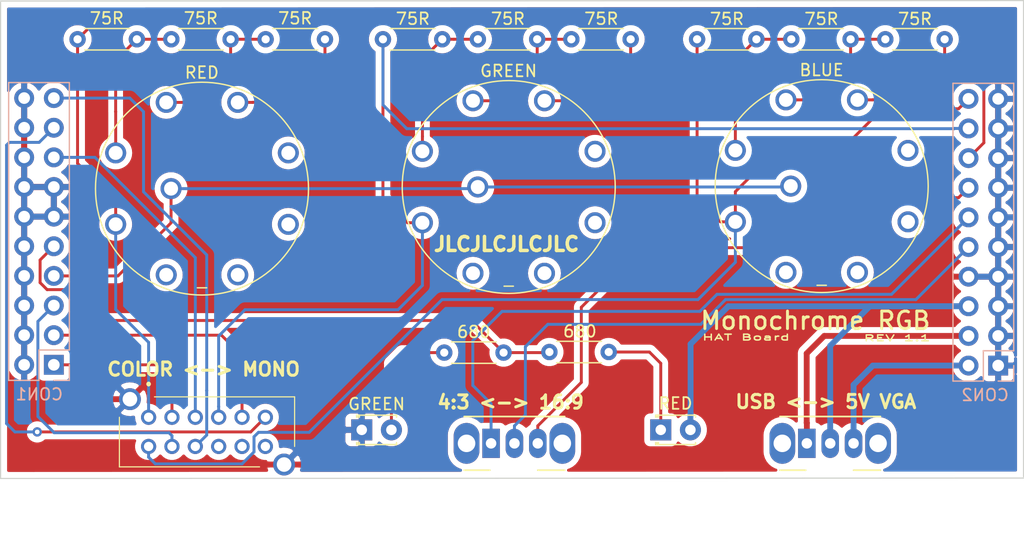
<source format=kicad_pcb>
(kicad_pcb (version 20171130) (host pcbnew "(5.1.4)-1")
  (layers (0 F.Cu signal) (31 B.Cu signal) (34 B.Paste user) (35 F.Paste user) (36 B.SilkS user) (37 F.SilkS user) (38 B.Mask user) (39 F.Mask user) (44 Edge.Cuts user))
  (net 0 "")
  (net 1 /GND)
  (net 2 /4_3)
  (net 3 /16_9)
  (net 4 /VGA_5V)
  (net 5 /B_IN)
  (net 6 /G_IN)
  (net 7 /R_IN)
  (net 8 /B_OUT)
  (net 9 /G_OUT)
  (net 10 /R_OUT)
  (net 11 /B_L)
  (net 12 /G_L)
  (net 13 /R_L)
  (net 14 /LUMA)
  (net 15 /USB_5V)
  (net 16 /5V)
  (net 17 /ASPECT)
  (net 18 "Net-(R4-Pad2)")
  (net 19 "Net-(R5-Pad2)")
  (net 20 "Net-(R6-Pad2)")
  (net 21 "Net-(R10-Pad1)")
  (net 22 "Net-(R11-Pad1)")
  (net 23 "Net-(R12-Pad1)")
  (net 24 "Net-(R10-Pad2)")
  (net 25 "Net-(R11-Pad2)")
  (net 26 "Net-(R12-Pad2)")
  (net 27 "Net-(LED1-Pad2)")
  (net 28 "Net-(LED2-Pad1)")
  (net 29 /RA2)
  (net 30 "Net-(S1-Pad10)")
  (net 31 "Net-(S1-Pad11)")
  (net 32 "Net-(S1-Pad12)")
  (net 33 "Net-(SW1-Pad1)")
  (net 34 "Net-(SW2-Pad1)")
  (net 35 "Net-(SW3-Pad1)")
  (module extra_components:Rotary_Switch_1P5 (layer F.Cu) (at 175.71974 88.77808)
    (fp_text reference SW3 hide)
    (fp_text value BLUE (at -0.0127 -9.9441) (layer F.SilkS))
    (fp_circle (center 0 0) (end 0 9.12) (layer F.SilkS) (width 0.12))
    (fp_line (start -0.4 8.5) (end 0.4 8.5) (layer F.SilkS) (width 0.12))
    (pad 1 thru_hole oval (at -3.061467 7.391036) (size 1.8 1.8) (drill 1.2) (layers *.Cu *.Mask) (net 35 "Net-(SW3-Pad1)"))
    (pad 2 thru_hole oval (at -7.391036 3.061467) (size 1.8 1.8) (drill 1.2) (layers *.Cu *.Mask) (net 8 /B_OUT))
    (pad 3 thru_hole oval (at -7.391036 -3.061467) (size 1.8 1.8) (drill 1.2) (layers *.Cu *.Mask) (net 20 "Net-(R6-Pad2)"))
    (pad 4 thru_hole oval (at -3.061467 -7.391036) (size 1.8 1.8) (drill 1.2) (layers *.Cu *.Mask) (net 23 "Net-(R12-Pad1)"))
    (pad 5 thru_hole oval (at 3.061467 -7.391036) (size 1.8 1.8) (drill 1.2) (layers *.Cu *.Mask) (net 26 "Net-(R12-Pad2)"))
    (pad "" thru_hole oval (at 7.391036 -3.061467) (size 1.8 1.8) (drill 1.2) (layers *.Cu *.Mask))
    (pad "" thru_hole oval (at 7.391036 3.061467) (size 1.8 1.8) (drill 1.2) (layers *.Cu *.Mask))
    (pad "" thru_hole oval (at 3.061467 7.391036) (size 1.8 1.8) (drill 1.2) (layers *.Cu *.Mask))
    (pad 6 thru_hole oval (at -2.65 0) (size 1.8 1.8) (drill 1.2) (layers *.Cu *.Mask) (net 14 /LUMA))
  )
  (module extra_components:Rotary_Switch_1P5 (layer F.Cu) (at 148.92274 88.85428)
    (fp_text reference SW2 hide)
    (fp_text value GREEN (at -0.0127 -9.9441) (layer F.SilkS))
    (fp_circle (center 0 0) (end 0 9.12) (layer F.SilkS) (width 0.12))
    (fp_line (start -0.4 8.5) (end 0.4 8.5) (layer F.SilkS) (width 0.12))
    (pad 1 thru_hole oval (at -3.061467 7.391036) (size 1.8 1.8) (drill 1.2) (layers *.Cu *.Mask) (net 34 "Net-(SW2-Pad1)"))
    (pad 2 thru_hole oval (at -7.391036 3.061467) (size 1.8 1.8) (drill 1.2) (layers *.Cu *.Mask) (net 9 /G_OUT))
    (pad 3 thru_hole oval (at -7.391036 -3.061467) (size 1.8 1.8) (drill 1.2) (layers *.Cu *.Mask) (net 19 "Net-(R5-Pad2)"))
    (pad 4 thru_hole oval (at -3.061467 -7.391036) (size 1.8 1.8) (drill 1.2) (layers *.Cu *.Mask) (net 22 "Net-(R11-Pad1)"))
    (pad 5 thru_hole oval (at 3.061467 -7.391036) (size 1.8 1.8) (drill 1.2) (layers *.Cu *.Mask) (net 25 "Net-(R11-Pad2)"))
    (pad "" thru_hole oval (at 7.391036 -3.061467) (size 1.8 1.8) (drill 1.2) (layers *.Cu *.Mask))
    (pad "" thru_hole oval (at 7.391036 3.061467) (size 1.8 1.8) (drill 1.2) (layers *.Cu *.Mask))
    (pad "" thru_hole oval (at 3.061467 7.391036) (size 1.8 1.8) (drill 1.2) (layers *.Cu *.Mask))
    (pad 6 thru_hole oval (at -2.65 0) (size 1.8 1.8) (drill 1.2) (layers *.Cu *.Mask) (net 14 /LUMA))
  )
  (module extra_components:Rotary_Switch_1P5 (layer F.Cu) (at 122.65914 88.99398)
    (fp_text reference SW1 hide)
    (fp_text value RED (at -0.0127 -9.9441) (layer F.SilkS))
    (fp_circle (center 0 0) (end 0 9.12) (layer F.SilkS) (width 0.12))
    (fp_line (start -0.4 8.5) (end 0.4 8.5) (layer F.SilkS) (width 0.12))
    (pad 1 thru_hole oval (at -3.061467 7.391036) (size 1.8 1.8) (drill 1.2) (layers *.Cu *.Mask) (net 33 "Net-(SW1-Pad1)"))
    (pad 2 thru_hole oval (at -7.391036 3.061467) (size 1.8 1.8) (drill 1.2) (layers *.Cu *.Mask) (net 10 /R_OUT))
    (pad 3 thru_hole oval (at -7.391036 -3.061467) (size 1.8 1.8) (drill 1.2) (layers *.Cu *.Mask) (net 18 "Net-(R4-Pad2)"))
    (pad 4 thru_hole oval (at -3.061467 -7.391036) (size 1.8 1.8) (drill 1.2) (layers *.Cu *.Mask) (net 21 "Net-(R10-Pad1)"))
    (pad 5 thru_hole oval (at 3.061467 -7.391036) (size 1.8 1.8) (drill 1.2) (layers *.Cu *.Mask) (net 24 "Net-(R10-Pad2)"))
    (pad "" thru_hole oval (at 7.391036 -3.061467) (size 1.8 1.8) (drill 1.2) (layers *.Cu *.Mask))
    (pad "" thru_hole oval (at 7.391036 3.061467) (size 1.8 1.8) (drill 1.2) (layers *.Cu *.Mask))
    (pad "" thru_hole oval (at 3.061467 7.391036) (size 1.8 1.8) (drill 1.2) (layers *.Cu *.Mask))
    (pad 6 thru_hole oval (at -2.65 0) (size 1.8 1.8) (drill 1.2) (layers *.Cu *.Mask) (net 14 /LUMA))
  )
  (module extra_components:EG4208A (layer F.Cu) (at 118.08714 108.59008)
    (fp_text reference S1 hide)
    (fp_text value "COLOR <-> MONO" (at 4.7117 -4.1148) (layer F.SilkS) (effects (font (size 1.14 1.14) (thickness 0.254))))
    (fp_line (start 0.5 -1.75) (end 12.5 -1.75) (layer F.SilkS) (width 0.1))
    (fp_line (start 12.5 -1.75) (end 12.5 2.5) (layer F.SilkS) (width 0.1))
    (fp_line (start -2.5 0) (end -2.5 4.25) (layer F.SilkS) (width 0.1))
    (fp_line (start -2.5 4.25) (end 9.5 4.25) (layer F.SilkS) (width 0.1))
    (fp_line (start 0 -2.75) (end 0 -2.75) (layer F.SilkS) (width 0.2))
    (fp_line (start 0 -2.95) (end 0 -2.95) (layer F.SilkS) (width 0.2))
    (fp_arc (start 0 -2.85) (end 0 -2.75) (angle -180) (layer F.SilkS) (width 0.2))
    (fp_arc (start 0 -2.85) (end 0 -2.95) (angle -180) (layer F.SilkS) (width 0.2))
    (pad 1 thru_hole circle (at 0 0) (size 1.3 1.3) (drill 0.8) (layers *.Cu *.Mask) (net 10 /R_OUT))
    (pad 2 thru_hole circle (at 2 0) (size 1.3 1.3) (drill 0.8) (layers *.Cu *.Mask) (net 7 /R_IN))
    (pad 3 thru_hole circle (at 4 0) (size 1.3 1.3) (drill 0.8) (layers *.Cu *.Mask) (net 13 /R_L))
    (pad 4 thru_hole circle (at 6 0) (size 1.3 1.3) (drill 0.8) (layers *.Cu *.Mask) (net 9 /G_OUT))
    (pad 5 thru_hole circle (at 8 0) (size 1.3 1.3) (drill 0.8) (layers *.Cu *.Mask) (net 6 /G_IN))
    (pad 6 thru_hole circle (at 10 0) (size 1.3 1.3) (drill 0.8) (layers *.Cu *.Mask) (net 12 /G_L))
    (pad 7 thru_hole circle (at 0 2.5) (size 1.3 1.3) (drill 0.8) (layers *.Cu *.Mask) (net 8 /B_OUT))
    (pad 8 thru_hole circle (at 2 2.5) (size 1.3 1.3) (drill 0.8) (layers *.Cu *.Mask) (net 5 /B_IN))
    (pad 9 thru_hole circle (at 4 2.5) (size 1.3 1.3) (drill 0.8) (layers *.Cu *.Mask) (net 11 /B_L))
    (pad 10 thru_hole circle (at 6 2.5) (size 1.3 1.3) (drill 0.8) (layers *.Cu *.Mask) (net 30 "Net-(S1-Pad10)"))
    (pad 11 thru_hole circle (at 8 2.5) (size 1.3 1.3) (drill 0.8) (layers *.Cu *.Mask) (net 31 "Net-(S1-Pad11)"))
    (pad 12 thru_hole circle (at 10 2.5) (size 1.3 1.3) (drill 0.8) (layers *.Cu *.Mask) (net 32 "Net-(S1-Pad12)"))
    (pad MH1 thru_hole circle (at -1.6 -1.55) (size 1.875 1.875) (drill 1.25) (layers *.Cu *.Mask) (net 1 /GND))
    (pad MH2 thru_hole circle (at 11.6 4.05) (size 1.875 1.875) (drill 1.25) (layers *.Cu *.Mask) (net 1 /GND))
  )
  (module Button_Switch_THT:SW_CuK_OS102011MA1QN1_SPDT_Angled (layer F.Cu) (at 174.44974 110.82528)
    (fp_text reference SW5 hide)
    (fp_text value "USB <-> 5V VGA" (at 1.6256 -3.5687) (layer F.SilkS) (effects (font (size 1.14 1.14) (thickness 0.254))))
    (fp_line (start 4 2.3) (end 6.3 2.3) (layer F.SilkS) (width 0.15))
    (fp_line (start -2.3 2.3) (end -0.1 2.3) (layer F.SilkS) (width 0.15))
    (fp_line (start -2.3 -2.3) (end 6.3 -2.3) (layer F.SilkS) (width 0.15))
    (pad "" thru_hole oval (at 6.1 0) (size 2.2 3.5) (drill 1.5) (layers *.Cu *.Mask))
    (pad "" thru_hole oval (at -2.1 0) (size 2.2 3.5) (drill 1.5) (layers *.Cu *.Mask))
    (pad 3 thru_hole oval (at 4 0) (size 1.5 2.5) (drill 0.9) (layers *.Cu *.Mask) (net 4 /VGA_5V))
    (pad 2 thru_hole oval (at 2 0) (size 1.5 2.5) (drill 0.9) (layers *.Cu *.Mask) (net 16 /5V))
    (pad 1 thru_hole rect (at 0 0) (size 1.5 2.5) (drill 0.9) (layers *.Cu *.Mask) (net 15 /USB_5V))
  )
  (module Button_Switch_THT:SW_CuK_OS102011MA1QN1_SPDT_Angled (layer F.Cu) (at 147.41144 110.82528)
    (fp_text reference SW4 hide)
    (fp_text value "4:3 <-> 16:9" (at 1.6764 -3.5306) (layer F.SilkS) (effects (font (size 1.14 1.14) (thickness 0.254))))
    (fp_line (start 4 2.3) (end 6.3 2.3) (layer F.SilkS) (width 0.15))
    (fp_line (start -2.3 2.3) (end -0.1 2.3) (layer F.SilkS) (width 0.15))
    (fp_line (start -2.3 -2.3) (end 6.3 -2.3) (layer F.SilkS) (width 0.15))
    (pad "" thru_hole oval (at 6.1 0) (size 2.2 3.5) (drill 1.5) (layers *.Cu *.Mask))
    (pad "" thru_hole oval (at -2.1 0) (size 2.2 3.5) (drill 1.5) (layers *.Cu *.Mask))
    (pad 3 thru_hole oval (at 4 0) (size 1.5 2.5) (drill 0.9) (layers *.Cu *.Mask) (net 2 /4_3))
    (pad 2 thru_hole oval (at 2 0) (size 1.5 2.5) (drill 0.9) (layers *.Cu *.Mask) (net 17 /ASPECT))
    (pad 1 thru_hole rect (at 0 0) (size 1.5 2.5) (drill 0.9) (layers *.Cu *.Mask) (net 3 /16_9))
  )
  (module LED_THT:LED_D1.8mm_W3.3mm_H2.4mm (layer F.Cu) (at 161.94024 109.66958)
    (fp_text reference LED2 hide)
    (fp_text value RED (at 1.2573 -2.2606) (layer F.SilkS))
    (fp_line (start -0.44 -1.26) (end 2.98 -1.26) (layer F.SilkS) (width 0.12))
    (fp_line (start -0.44 1.26) (end 2.98 1.26) (layer F.SilkS) (width 0.12))
    (fp_line (start -0.44 -1.26) (end -0.44 -1.08) (layer F.SilkS) (width 0.12))
    (fp_line (start -0.44 1.08) (end -0.44 1.26) (layer F.SilkS) (width 0.12))
    (fp_line (start 2.98 -1.26) (end 2.98 -1.095) (layer F.SilkS) (width 0.12))
    (fp_line (start 2.98 1.095) (end 2.98 1.26) (layer F.SilkS) (width 0.12))
    (fp_line (start -0.32 -1.26) (end -0.32 -1.08) (layer F.SilkS) (width 0.12))
    (fp_line (start -0.32 1.08) (end -0.32 1.26) (layer F.SilkS) (width 0.12))
    (fp_line (start -0.2 -1.26) (end -0.2 -1.08) (layer F.SilkS) (width 0.12))
    (fp_line (start -0.2 1.08) (end -0.2 1.26) (layer F.SilkS) (width 0.12))
    (pad 1 thru_hole rect (at 0 0) (size 1.8 1.8) (drill 0.9) (layers *.Cu *.Mask) (net 28 "Net-(LED2-Pad1)"))
    (pad 2 thru_hole circle (at 2.54 0) (size 1.8 1.8) (drill 0.9) (layers *.Cu *.Mask) (net 16 /5V))
  )
  (module LED_THT:LED_D1.8mm_W3.3mm_H2.4mm (layer F.Cu) (at 136.33704 109.66958)
    (fp_text reference LED1 hide)
    (fp_text value GREEN (at 1.27 -2.2098) (layer F.SilkS))
    (fp_line (start -0.44 -1.26) (end 2.98 -1.26) (layer F.SilkS) (width 0.12))
    (fp_line (start -0.44 1.26) (end 2.98 1.26) (layer F.SilkS) (width 0.12))
    (fp_line (start -0.44 -1.26) (end -0.44 -1.08) (layer F.SilkS) (width 0.12))
    (fp_line (start -0.44 1.08) (end -0.44 1.26) (layer F.SilkS) (width 0.12))
    (fp_line (start 2.98 -1.26) (end 2.98 -1.095) (layer F.SilkS) (width 0.12))
    (fp_line (start 2.98 1.095) (end 2.98 1.26) (layer F.SilkS) (width 0.12))
    (fp_line (start -0.32 -1.26) (end -0.32 -1.08) (layer F.SilkS) (width 0.12))
    (fp_line (start -0.32 1.08) (end -0.32 1.26) (layer F.SilkS) (width 0.12))
    (fp_line (start -0.2 -1.26) (end -0.2 -1.08) (layer F.SilkS) (width 0.12))
    (fp_line (start -0.2 1.08) (end -0.2 1.26) (layer F.SilkS) (width 0.12))
    (pad 1 thru_hole rect (at 0 0) (size 1.8 1.8) (drill 0.9) (layers *.Cu *.Mask) (net 1 /GND))
    (pad 2 thru_hole circle (at 2.54 0) (size 1.8 1.8) (drill 0.9) (layers *.Cu *.Mask) (net 27 "Net-(LED1-Pad2)"))
  )
  (module Connector_PinSocket_2.54mm:PinSocket_2x10_P2.54mm_Vertical (layer B.Cu) (at 109.97184 104.09428)
    (fp_text reference J5 hide)
    (fp_text value CON1 (at -1.2446 2.5273) (layer B.SilkS) (effects (justify mirror)))
    (fp_line (start 0 1.33) (end 1.33 1.33) (layer B.SilkS) (width 0.12))
    (fp_line (start 1.33 1.33) (end 1.33 0) (layer B.SilkS) (width 0.12))
    (fp_line (start -1.27 1.33) (end -1.27 -1.27) (layer B.SilkS) (width 0.12))
    (fp_line (start -1.27 -1.27) (end 1.33 -1.27) (layer B.SilkS) (width 0.12))
    (fp_line (start 1.33 -1.27) (end 1.33 -24.19) (layer B.SilkS) (width 0.12))
    (fp_line (start -3.87 -24.19) (end 1.33 -24.19) (layer B.SilkS) (width 0.12))
    (fp_line (start -3.87 1.33) (end -3.87 -24.19) (layer B.SilkS) (width 0.12))
    (fp_line (start -3.87 1.33) (end -1.27 1.33) (layer B.SilkS) (width 0.12))
    (pad 20 thru_hole oval (at -2.54 -22.86) (size 1.7 1.7) (drill 1) (layers *.Cu *.Mask) (net 1 /GND))
    (pad 19 thru_hole oval (at 0 -22.86) (size 1.7 1.7) (drill 1) (layers *.Cu *.Mask) (net 11 /B_L))
    (pad 18 thru_hole oval (at -2.54 -20.32) (size 1.7 1.7) (drill 1) (layers *.Cu *.Mask) (net 1 /GND))
    (pad 17 thru_hole oval (at 0 -20.32) (size 1.7 1.7) (drill 1) (layers *.Cu *.Mask) (net 12 /G_L))
    (pad 16 thru_hole oval (at -2.54 -17.78) (size 1.7 1.7) (drill 1) (layers *.Cu *.Mask) (net 1 /GND))
    (pad 15 thru_hole oval (at 0 -17.78) (size 1.7 1.7) (drill 1) (layers *.Cu *.Mask) (net 13 /R_L))
    (pad 14 thru_hole oval (at -2.54 -15.24) (size 1.7 1.7) (drill 1) (layers *.Cu *.Mask) (net 1 /GND))
    (pad 13 thru_hole oval (at 0 -15.24) (size 1.7 1.7) (drill 1) (layers *.Cu *.Mask) (net 1 /GND))
    (pad 12 thru_hole oval (at -2.54 -12.7) (size 1.7 1.7) (drill 1) (layers *.Cu *.Mask) (net 1 /GND))
    (pad 11 thru_hole oval (at 0 -12.7) (size 1.7 1.7) (drill 1) (layers *.Cu *.Mask) (net 1 /GND))
    (pad 10 thru_hole oval (at -2.54 -10.16) (size 1.7 1.7) (drill 1) (layers *.Cu *.Mask) (net 1 /GND))
    (pad 9 thru_hole oval (at 0 -10.16) (size 1.7 1.7) (drill 1) (layers *.Cu *.Mask) (net 29 /RA2))
    (pad 8 thru_hole oval (at -2.54 -7.62) (size 1.7 1.7) (drill 1) (layers *.Cu *.Mask) (net 1 /GND))
    (pad 7 thru_hole oval (at 0 -7.62) (size 1.7 1.7) (drill 1) (layers *.Cu *.Mask) (net 14 /LUMA))
    (pad 6 thru_hole oval (at -2.54 -5.08) (size 1.7 1.7) (drill 1) (layers *.Cu *.Mask) (net 1 /GND))
    (pad 5 thru_hole oval (at 0 -5.08) (size 1.7 1.7) (drill 1) (layers *.Cu *.Mask) (net 5 /B_IN))
    (pad 4 thru_hole oval (at -2.54 -2.54) (size 1.7 1.7) (drill 1) (layers *.Cu *.Mask) (net 1 /GND))
    (pad 3 thru_hole oval (at 0 -2.54) (size 1.7 1.7) (drill 1) (layers *.Cu *.Mask) (net 6 /G_IN))
    (pad 2 thru_hole oval (at -2.54 0) (size 1.7 1.7) (drill 1) (layers *.Cu *.Mask) (net 1 /GND))
    (pad 1 thru_hole rect (at 0 0) (size 1.7 1.7) (drill 1) (layers *.Cu *.Mask) (net 7 /R_IN))
  )
  (module Connector_PinSocket_2.54mm:PinSocket_2x10_P2.54mm_Vertical (layer B.Cu) (at 190.83274 104.15778)
    (fp_text reference J7 hide)
    (fp_text value CON2 (at -1.1176 2.5273) (layer B.SilkS) (effects (justify mirror)))
    (fp_line (start 0 1.33) (end 1.33 1.33) (layer B.SilkS) (width 0.12))
    (fp_line (start 1.33 1.33) (end 1.33 0) (layer B.SilkS) (width 0.12))
    (fp_line (start -1.27 1.33) (end -1.27 -1.27) (layer B.SilkS) (width 0.12))
    (fp_line (start -1.27 -1.27) (end 1.33 -1.27) (layer B.SilkS) (width 0.12))
    (fp_line (start 1.33 -1.27) (end 1.33 -24.19) (layer B.SilkS) (width 0.12))
    (fp_line (start -3.87 -24.19) (end 1.33 -24.19) (layer B.SilkS) (width 0.12))
    (fp_line (start -3.87 1.33) (end -3.87 -24.19) (layer B.SilkS) (width 0.12))
    (fp_line (start -3.87 1.33) (end -1.27 1.33) (layer B.SilkS) (width 0.12))
    (pad 20 thru_hole oval (at -2.54 -22.86) (size 1.7 1.7) (drill 1) (layers *.Cu *.Mask) (net 8 /B_OUT))
    (pad 19 thru_hole oval (at 0 -22.86) (size 1.7 1.7) (drill 1) (layers *.Cu *.Mask) (net 1 /GND))
    (pad 18 thru_hole oval (at -2.54 -20.32) (size 1.7 1.7) (drill 1) (layers *.Cu *.Mask) (net 9 /G_OUT))
    (pad 17 thru_hole oval (at 0 -20.32) (size 1.7 1.7) (drill 1) (layers *.Cu *.Mask) (net 1 /GND))
    (pad 16 thru_hole oval (at -2.54 -17.78) (size 1.7 1.7) (drill 1) (layers *.Cu *.Mask) (net 10 /R_OUT))
    (pad 15 thru_hole oval (at 0 -17.78) (size 1.7 1.7) (drill 1) (layers *.Cu *.Mask) (net 1 /GND))
    (pad 14 thru_hole oval (at -2.54 -15.24) (size 1.7 1.7) (drill 1) (layers *.Cu *.Mask) (net 2 /4_3))
    (pad 13 thru_hole oval (at 0 -15.24) (size 1.7 1.7) (drill 1) (layers *.Cu *.Mask) (net 1 /GND))
    (pad 12 thru_hole oval (at -2.54 -12.7) (size 1.7 1.7) (drill 1) (layers *.Cu *.Mask) (net 3 /16_9))
    (pad 11 thru_hole oval (at 0 -12.7) (size 1.7 1.7) (drill 1) (layers *.Cu *.Mask) (net 1 /GND))
    (pad 10 thru_hole oval (at -2.54 -10.16) (size 1.7 1.7) (drill 1) (layers *.Cu *.Mask) (net 17 /ASPECT))
    (pad 9 thru_hole oval (at 0 -10.16) (size 1.7 1.7) (drill 1) (layers *.Cu *.Mask) (net 1 /GND))
    (pad 8 thru_hole oval (at -2.54 -7.62) (size 1.7 1.7) (drill 1) (layers *.Cu *.Mask) (net 1 /GND))
    (pad 7 thru_hole oval (at 0 -7.62) (size 1.7 1.7) (drill 1) (layers *.Cu *.Mask) (net 1 /GND))
    (pad 6 thru_hole oval (at -2.54 -5.08) (size 1.7 1.7) (drill 1) (layers *.Cu *.Mask) (net 16 /5V))
    (pad 5 thru_hole oval (at 0 -5.08) (size 1.7 1.7) (drill 1) (layers *.Cu *.Mask) (net 1 /GND))
    (pad 4 thru_hole oval (at -2.54 -2.54) (size 1.7 1.7) (drill 1) (layers *.Cu *.Mask) (net 15 /USB_5V))
    (pad 3 thru_hole oval (at 0 -2.54) (size 1.7 1.7) (drill 1) (layers *.Cu *.Mask) (net 1 /GND))
    (pad 2 thru_hole oval (at -2.54 0) (size 1.7 1.7) (drill 1) (layers *.Cu *.Mask) (net 4 /VGA_5V))
    (pad 1 thru_hole rect (at 0 0) (size 1.7 1.7) (drill 1) (layers *.Cu *.Mask) (net 1 /GND))
  )
  (module Resistor_THT:R_Axial_DIN0204_L3.6mm_D1.6mm_P5.08mm_Horizontal (layer F.Cu) (at 152.40508 102.997)
    (fp_text reference R22 hide)
    (fp_text value 680 (at 2.61112 -1.76784) (layer F.SilkS))
    (fp_line (start 0.62 0.92) (end 4.46 0.92) (layer F.SilkS) (width 0.12))
    (fp_line (start 0.62 -0.92) (end 4.46 -0.92) (layer F.SilkS) (width 0.12))
    (pad 2 thru_hole oval (at 5.08 0) (size 1.4 1.4) (drill 0.7) (layers *.Cu *.Mask) (net 28 "Net-(LED2-Pad1)"))
    (pad 1 thru_hole circle (at 0 0) (size 1.4 1.4) (drill 0.7) (layers *.Cu *.Mask) (net 29 /RA2))
  )
  (module Resistor_THT:R_Axial_DIN0204_L3.6mm_D1.6mm_P5.08mm_Horizontal (layer F.Cu) (at 148.48078 103.0478 180)
    (fp_text reference R21 hide)
    (fp_text value 680 (at 2.5527 1.77292) (layer F.SilkS))
    (fp_line (start 0.62 0.92) (end 4.46 0.92) (layer F.SilkS) (width 0.12))
    (fp_line (start 0.62 -0.92) (end 4.46 -0.92) (layer F.SilkS) (width 0.12))
    (pad 2 thru_hole oval (at 5.08 0 180) (size 1.4 1.4) (drill 0.7) (layers *.Cu *.Mask) (net 27 "Net-(LED1-Pad2)"))
    (pad 1 thru_hole circle (at 0 0 180) (size 1.4 1.4) (drill 0.7) (layers *.Cu *.Mask) (net 29 /RA2))
  )
  (module Resistor_THT:R_Axial_DIN0204_L3.6mm_D1.6mm_P5.08mm_Horizontal (layer F.Cu) (at 181.16804 76.19238)
    (fp_text reference R12 hide)
    (fp_text value 75R (at 2.54 -1.7399) (layer F.SilkS))
    (fp_line (start 0.62 0.92) (end 4.46 0.92) (layer F.SilkS) (width 0.12))
    (fp_line (start 0.62 -0.92) (end 4.46 -0.92) (layer F.SilkS) (width 0.12))
    (pad 2 thru_hole oval (at 5.08 0) (size 1.4 1.4) (drill 0.7) (layers *.Cu *.Mask) (net 26 "Net-(R12-Pad2)"))
    (pad 1 thru_hole circle (at 0 0) (size 1.4 1.4) (drill 0.7) (layers *.Cu *.Mask) (net 23 "Net-(R12-Pad1)"))
  )
  (module Resistor_THT:R_Axial_DIN0204_L3.6mm_D1.6mm_P5.08mm_Horizontal (layer F.Cu) (at 154.28214 76.19238)
    (fp_text reference R11 hide)
    (fp_text value 75R (at 2.56794 -1.75514) (layer F.SilkS))
    (fp_line (start 0.62 0.92) (end 4.46 0.92) (layer F.SilkS) (width 0.12))
    (fp_line (start 0.62 -0.92) (end 4.46 -0.92) (layer F.SilkS) (width 0.12))
    (pad 2 thru_hole oval (at 5.08 0) (size 1.4 1.4) (drill 0.7) (layers *.Cu *.Mask) (net 25 "Net-(R11-Pad2)"))
    (pad 1 thru_hole circle (at 0 0) (size 1.4 1.4) (drill 0.7) (layers *.Cu *.Mask) (net 22 "Net-(R11-Pad1)"))
  )
  (module Resistor_THT:R_Axial_DIN0204_L3.6mm_D1.6mm_P5.08mm_Horizontal (layer F.Cu) (at 128.10744 76.19238)
    (fp_text reference R10 hide)
    (fp_text value 75R (at 2.5273 -1.7907) (layer F.SilkS))
    (fp_line (start 0.62 0.92) (end 4.46 0.92) (layer F.SilkS) (width 0.12))
    (fp_line (start 0.62 -0.92) (end 4.46 -0.92) (layer F.SilkS) (width 0.12))
    (pad 2 thru_hole oval (at 5.08 0) (size 1.4 1.4) (drill 0.7) (layers *.Cu *.Mask) (net 24 "Net-(R10-Pad2)"))
    (pad 1 thru_hole circle (at 0 0) (size 1.4 1.4) (drill 0.7) (layers *.Cu *.Mask) (net 21 "Net-(R10-Pad1)"))
  )
  (module Resistor_THT:R_Axial_DIN0204_L3.6mm_D1.6mm_P5.08mm_Horizontal (layer F.Cu) (at 173.11624 76.19238)
    (fp_text reference R9 hide)
    (fp_text value 75R (at 2.58064 -1.7399) (layer F.SilkS))
    (fp_line (start 0.62 0.92) (end 4.46 0.92) (layer F.SilkS) (width 0.12))
    (fp_line (start 0.62 -0.92) (end 4.46 -0.92) (layer F.SilkS) (width 0.12))
    (pad 2 thru_hole oval (at 5.08 0) (size 1.4 1.4) (drill 0.7) (layers *.Cu *.Mask) (net 23 "Net-(R12-Pad1)"))
    (pad 1 thru_hole circle (at 0 0) (size 1.4 1.4) (drill 0.7) (layers *.Cu *.Mask) (net 20 "Net-(R6-Pad2)"))
  )
  (module Resistor_THT:R_Axial_DIN0204_L3.6mm_D1.6mm_P5.08mm_Horizontal (layer F.Cu) (at 146.28114 76.19238)
    (fp_text reference R8 hide)
    (fp_text value 75R (at 2.57302 -1.75514) (layer F.SilkS))
    (fp_line (start 0.62 0.92) (end 4.46 0.92) (layer F.SilkS) (width 0.12))
    (fp_line (start 0.62 -0.92) (end 4.46 -0.92) (layer F.SilkS) (width 0.12))
    (pad 2 thru_hole oval (at 5.08 0) (size 1.4 1.4) (drill 0.7) (layers *.Cu *.Mask) (net 22 "Net-(R11-Pad1)"))
    (pad 1 thru_hole circle (at 0 0) (size 1.4 1.4) (drill 0.7) (layers *.Cu *.Mask) (net 19 "Net-(R5-Pad2)"))
  )
  (module Resistor_THT:R_Axial_DIN0204_L3.6mm_D1.6mm_P5.08mm_Horizontal (layer F.Cu) (at 120.03024 76.19238)
    (fp_text reference R7 hide)
    (fp_text value 75R (at 2.5273 -1.7907) (layer F.SilkS))
    (fp_line (start 0.62 0.92) (end 4.46 0.92) (layer F.SilkS) (width 0.12))
    (fp_line (start 0.62 -0.92) (end 4.46 -0.92) (layer F.SilkS) (width 0.12))
    (pad 2 thru_hole oval (at 5.08 0) (size 1.4 1.4) (drill 0.7) (layers *.Cu *.Mask) (net 21 "Net-(R10-Pad1)"))
    (pad 1 thru_hole circle (at 0 0) (size 1.4 1.4) (drill 0.7) (layers *.Cu *.Mask) (net 18 "Net-(R4-Pad2)"))
  )
  (module Resistor_THT:R_Axial_DIN0204_L3.6mm_D1.6mm_P5.08mm_Horizontal (layer F.Cu) (at 165.05174 76.19238)
    (fp_text reference R6 hide)
    (fp_text value 75R (at 2.5527 -1.7399) (layer F.SilkS))
    (fp_line (start 0.62 0.92) (end 4.46 0.92) (layer F.SilkS) (width 0.12))
    (fp_line (start 0.62 -0.92) (end 4.46 -0.92) (layer F.SilkS) (width 0.12))
    (pad 2 thru_hole oval (at 5.08 0) (size 1.4 1.4) (drill 0.7) (layers *.Cu *.Mask) (net 20 "Net-(R6-Pad2)"))
    (pad 1 thru_hole circle (at 0 0) (size 1.4 1.4) (drill 0.7) (layers *.Cu *.Mask) (net 8 /B_OUT))
  )
  (module Resistor_THT:R_Axial_DIN0204_L3.6mm_D1.6mm_P5.08mm_Horizontal (layer F.Cu) (at 138.15314 76.19238)
    (fp_text reference R5 hide)
    (fp_text value 75R (at 2.55778 -1.75514) (layer F.SilkS))
    (fp_line (start 0.62 0.92) (end 4.46 0.92) (layer F.SilkS) (width 0.12))
    (fp_line (start 0.62 -0.92) (end 4.46 -0.92) (layer F.SilkS) (width 0.12))
    (pad 2 thru_hole oval (at 5.08 0) (size 1.4 1.4) (drill 0.7) (layers *.Cu *.Mask) (net 19 "Net-(R5-Pad2)"))
    (pad 1 thru_hole circle (at 0 0) (size 1.4 1.4) (drill 0.7) (layers *.Cu *.Mask) (net 9 /G_OUT))
  )
  (module Resistor_THT:R_Axial_DIN0204_L3.6mm_D1.6mm_P5.08mm_Horizontal (layer F.Cu) (at 112.00384 76.19238)
    (fp_text reference R4 hide)
    (fp_text value 75R (at 2.5019 -1.7907) (layer F.SilkS))
    (fp_line (start 0.62 0.92) (end 4.46 0.92) (layer F.SilkS) (width 0.12))
    (fp_line (start 0.62 -0.92) (end 4.46 -0.92) (layer F.SilkS) (width 0.12))
    (pad 2 thru_hole oval (at 5.08 0) (size 1.4 1.4) (drill 0.7) (layers *.Cu *.Mask) (net 18 "Net-(R4-Pad2)"))
    (pad 1 thru_hole circle (at 0 0) (size 1.4 1.4) (drill 0.7) (layers *.Cu *.Mask) (net 10 /R_OUT))
  )
  (gr_text JLCJLCJLCJLC (at 148.73224 93.7514) (layer F.SilkS) (effects (font (size 1.2 1.2) (thickness 0.3))))
  (gr_text "HAT Board" (at 169.24528 101.74224) (layer F.SilkS) (effects (font (size 0.5 0.97) (thickness 0.125))))
  (gr_text "REV 1.1" (at 182.17388 101.80828) (layer F.SilkS) (effects (font (size 0.5 0.97) (thickness 0.125))))
  (gr_text "Monochrome RGB" (at 175.1838 100.3046) (layer F.SilkS) (effects (font (size 1.5 1.5) (thickness 0.25))))
  (gr_line (start 105.41254 113.83518) (end 105.41254 72.91578) (layer Edge.Cuts) (width 0.1))
  (gr_line (start 193.00444 113.79708) (end 105.41254 113.83518) (layer Edge.Cuts) (width 0.1))
  (gr_line (start 193.00444 72.87768) (end 193.00444 113.79708) (layer Edge.Cuts) (width 0.1))
  (gr_line (start 105.41254 72.91578) (end 193.00444 72.87768) (layer Edge.Cuts) (width 0.1))
  (segment (start 107.43184 81.23428) (end 107.43184 83.77428) (width 0.5) (layer F.Cu) (net 1))
  (segment (start 107.43184 83.77428) (end 107.43184 86.31428) (width 0.5) (layer F.Cu) (net 1))
  (segment (start 107.43184 86.31428) (end 107.43184 88.85428) (width 0.5) (layer F.Cu) (net 1))
  (segment (start 107.43184 88.85428) (end 109.97184 88.85428) (width 0.5) (layer F.Cu) (net 1))
  (segment (start 107.43184 91.39428) (end 107.43184 88.85428) (width 0.5) (layer F.Cu) (net 1))
  (segment (start 107.43184 91.39428) (end 107.43184 93.93428) (width 0.5) (layer F.Cu) (net 1))
  (segment (start 109.97184 88.85428) (end 109.97184 91.39428) (width 0.5) (layer F.Cu) (net 1))
  (segment (start 107.43184 93.93428) (end 107.43184 96.47428) (width 0.5) (layer F.Cu) (net 1))
  (segment (start 107.43184 99.01428) (end 107.43184 96.47428) (width 0.5) (layer F.Cu) (net 1))
  (segment (start 107.43184 101.55428) (end 107.43184 99.01428) (width 0.5) (layer F.Cu) (net 1))
  (segment (start 107.43184 104.09428) (end 107.43184 101.55428) (width 0.5) (layer F.Cu) (net 1))
  (segment (start 116.48714 107.04008) (end 108.58948 107.04008) (width 0.5) (layer F.Cu) (net 1))
  (segment (start 107.43184 105.88244) (end 107.43184 104.09428) (width 0.5) (layer F.Cu) (net 1))
  (segment (start 108.58948 107.04008) (end 107.43184 105.88244) (width 0.5) (layer F.Cu) (net 1))
  (segment (start 128.361315 112.64008) (end 128.349915 112.62868) (width 0.5) (layer F.Cu) (net 1))
  (segment (start 129.68714 112.64008) (end 128.361315 112.64008) (width 0.5) (layer F.Cu) (net 1))
  (segment (start 128.349915 112.62868) (end 109.56544 112.62868) (width 0.5) (layer F.Cu) (net 1))
  (segment (start 107.43184 110.49508) (end 107.43184 105.88244) (width 0.5) (layer F.Cu) (net 1))
  (segment (start 109.56544 112.62868) (end 107.43184 110.49508) (width 0.5) (layer F.Cu) (net 1))
  (segment (start 131.012965 112.64008) (end 131.021885 112.649) (width 0.5) (layer F.Cu) (net 1))
  (segment (start 129.68714 112.64008) (end 131.012965 112.64008) (width 0.5) (layer F.Cu) (net 1))
  (segment (start 131.021885 112.649) (end 135.39724 112.649) (width 0.5) (layer F.Cu) (net 1))
  (segment (start 136.33704 111.7092) (end 136.33704 109.66958) (width 0.5) (layer F.Cu) (net 1))
  (segment (start 135.39724 112.649) (end 136.33704 111.7092) (width 0.5) (layer F.Cu) (net 1))
  (segment (start 190.83274 104.15778) (end 190.83274 101.61778) (width 0.5) (layer F.Cu) (net 1))
  (segment (start 190.83274 101.61778) (end 190.83274 99.07778) (width 0.5) (layer F.Cu) (net 1))
  (segment (start 190.83274 99.07778) (end 190.83274 96.53778) (width 0.5) (layer F.Cu) (net 1))
  (segment (start 188.29274 96.53778) (end 190.83274 96.53778) (width 0.5) (layer F.Cu) (net 1))
  (segment (start 190.83274 96.53778) (end 190.83274 93.99778) (width 0.5) (layer F.Cu) (net 1))
  (segment (start 190.83274 93.99778) (end 190.83274 91.45778) (width 0.5) (layer F.Cu) (net 1))
  (segment (start 190.83274 91.45778) (end 190.83274 88.91778) (width 0.5) (layer F.Cu) (net 1))
  (segment (start 190.83274 88.91778) (end 190.83274 86.37778) (width 0.5) (layer F.Cu) (net 1))
  (segment (start 190.83274 86.37778) (end 190.83274 83.83778) (width 0.5) (layer F.Cu) (net 1))
  (segment (start 190.83274 83.83778) (end 190.83274 81.29778) (width 0.5) (layer F.Cu) (net 1))
  (segment (start 151.41144 109.32528) (end 151.41144 110.82528) (width 0.25) (layer F.Cu) (net 2))
  (segment (start 155.13812 105.5986) (end 151.41144 109.32528) (width 0.25) (layer F.Cu) (net 2))
  (segment (start 187.442741 89.767779) (end 180.772701 89.767779) (width 0.25) (layer F.Cu) (net 2))
  (segment (start 188.29274 88.91778) (end 187.442741 89.767779) (width 0.25) (layer F.Cu) (net 2))
  (segment (start 176.48428 94.0562) (end 160.24352 94.0562) (width 0.25) (layer F.Cu) (net 2))
  (segment (start 160.24352 94.0562) (end 155.13812 99.1616) (width 0.25) (layer F.Cu) (net 2))
  (segment (start 180.772701 89.767779) (end 176.48428 94.0562) (width 0.25) (layer F.Cu) (net 2))
  (segment (start 155.13812 99.1616) (end 155.13812 105.5986) (width 0.25) (layer F.Cu) (net 2))
  (segment (start 147.41144 110.82528) (end 147.41144 107.42676) (width 0.25) (layer B.Cu) (net 3))
  (segment (start 147.41144 107.42676) (end 145.8468 105.86212) (width 0.25) (layer B.Cu) (net 3))
  (segment (start 145.8468 105.86212) (end 145.8468 102.02164) (width 0.25) (layer B.Cu) (net 3))
  (segment (start 145.8468 102.02164) (end 148.35124 99.5172) (width 0.25) (layer B.Cu) (net 3))
  (segment (start 148.35124 99.5172) (end 165.28796 99.5172) (width 0.25) (layer B.Cu) (net 3))
  (segment (start 187.442741 92.307779) (end 188.29274 91.45778) (width 0.25) (layer B.Cu) (net 3))
  (segment (start 181.69776 98.05276) (end 187.442741 92.307779) (width 0.25) (layer B.Cu) (net 3))
  (segment (start 166.7524 98.05276) (end 181.69776 98.05276) (width 0.25) (layer B.Cu) (net 3))
  (segment (start 165.28796 99.5172) (end 166.7524 98.05276) (width 0.25) (layer B.Cu) (net 3))
  (segment (start 178.44974 110.82528) (end 178.44974 105.80674) (width 0.5) (layer B.Cu) (net 4))
  (segment (start 180.0987 104.15778) (end 188.29274 104.15778) (width 0.5) (layer B.Cu) (net 4))
  (segment (start 178.44974 105.80674) (end 180.0987 104.15778) (width 0.5) (layer B.Cu) (net 4))
  (segment (start 120.08714 110.170842) (end 119.832258 109.91596) (width 0.25) (layer B.Cu) (net 5))
  (segment (start 120.08714 111.09008) (end 120.08714 110.170842) (width 0.25) (layer B.Cu) (net 5))
  (segment (start 119.832258 109.91596) (end 110.00232 109.91596) (width 0.25) (layer B.Cu) (net 5))
  (segment (start 109.121841 99.864279) (end 109.97184 99.01428) (width 0.25) (layer B.Cu) (net 5))
  (segment (start 108.606841 100.379279) (end 109.121841 99.864279) (width 0.25) (layer B.Cu) (net 5))
  (segment (start 108.606841 108.520481) (end 108.606841 100.379279) (width 0.25) (layer B.Cu) (net 5))
  (segment (start 110.00232 109.91596) (end 108.606841 108.520481) (width 0.25) (layer B.Cu) (net 5))
  (segment (start 109.97184 101.55428) (end 124.32284 101.55428) (width 0.25) (layer F.Cu) (net 6))
  (segment (start 126.08714 103.31858) (end 126.08714 108.59008) (width 0.25) (layer F.Cu) (net 6))
  (segment (start 124.32284 101.55428) (end 126.08714 103.31858) (width 0.25) (layer F.Cu) (net 6))
  (segment (start 120.08714 108.59008) (end 120.08714 105.35006) (width 0.25) (layer F.Cu) (net 7))
  (segment (start 118.83136 104.09428) (end 109.97184 104.09428) (width 0.25) (layer F.Cu) (net 7))
  (segment (start 120.08714 105.35006) (end 118.83136 104.09428) (width 0.25) (layer F.Cu) (net 7))
  (segment (start 165.05174 77.182329) (end 165.05174 76.19238) (width 0.25) (layer F.Cu) (net 8))
  (segment (start 165.05174 89.835375) (end 165.05174 77.182329) (width 0.25) (layer F.Cu) (net 8))
  (segment (start 167.055912 91.839547) (end 165.05174 89.835375) (width 0.25) (layer F.Cu) (net 8))
  (segment (start 168.328704 91.839547) (end 167.055912 91.839547) (width 0.25) (layer F.Cu) (net 8))
  (segment (start 168.328704 95.302976) (end 168.328704 91.839547) (width 0.25) (layer B.Cu) (net 8))
  (segment (start 165.128908 98.502772) (end 168.328704 95.302976) (width 0.25) (layer B.Cu) (net 8))
  (segment (start 143.213788 98.502772) (end 165.128908 98.502772) (width 0.25) (layer B.Cu) (net 8))
  (segment (start 131.83616 109.8804) (end 143.213788 98.502772) (width 0.25) (layer B.Cu) (net 8))
  (segment (start 127.49276 109.8804) (end 131.83616 109.8804) (width 0.25) (layer B.Cu) (net 8))
  (segment (start 118.08714 112.009318) (end 118.660782 112.58296) (width 0.25) (layer B.Cu) (net 8))
  (segment (start 118.08714 111.09008) (end 118.08714 112.009318) (width 0.25) (layer B.Cu) (net 8))
  (segment (start 118.660782 112.58296) (end 126.08726 112.58296) (width 0.25) (layer B.Cu) (net 8))
  (segment (start 127.112139 111.558081) (end 127.112139 110.261021) (width 0.25) (layer B.Cu) (net 8))
  (segment (start 126.08726 112.58296) (end 127.112139 111.558081) (width 0.25) (layer B.Cu) (net 8))
  (segment (start 127.112139 110.261021) (end 127.49276 109.8804) (width 0.25) (layer B.Cu) (net 8))
  (segment (start 187.442741 82.147779) (end 188.29274 81.29778) (width 0.25) (layer F.Cu) (net 8))
  (segment (start 180.930181 82.147779) (end 187.442741 82.147779) (width 0.25) (layer F.Cu) (net 8))
  (segment (start 176.48428 86.59368) (end 180.930181 82.147779) (width 0.25) (layer F.Cu) (net 8))
  (segment (start 170.98772 86.59368) (end 176.48428 86.59368) (width 0.25) (layer F.Cu) (net 8))
  (segment (start 168.328704 91.839547) (end 168.328704 89.252696) (width 0.25) (layer F.Cu) (net 8))
  (segment (start 168.328704 89.252696) (end 170.98772 86.59368) (width 0.25) (layer F.Cu) (net 8))
  (segment (start 138.15314 77.182329) (end 138.15314 76.19238) (width 0.25) (layer F.Cu) (net 9))
  (segment (start 138.15314 89.809975) (end 138.15314 77.182329) (width 0.25) (layer F.Cu) (net 9))
  (segment (start 140.258912 91.915747) (end 138.15314 89.809975) (width 0.25) (layer F.Cu) (net 9))
  (segment (start 141.531704 91.915747) (end 140.258912 91.915747) (width 0.25) (layer F.Cu) (net 9))
  (segment (start 124.08714 107.670842) (end 124.08408 107.667782) (width 0.25) (layer B.Cu) (net 9))
  (segment (start 124.08714 108.59008) (end 124.08714 107.670842) (width 0.25) (layer B.Cu) (net 9))
  (segment (start 124.08408 107.667782) (end 124.08408 101.63048) (width 0.25) (layer B.Cu) (net 9))
  (segment (start 124.08408 101.63048) (end 126.3396 99.37496) (width 0.25) (layer B.Cu) (net 9))
  (segment (start 126.3396 99.37496) (end 139.446 99.37496) (width 0.25) (layer B.Cu) (net 9))
  (segment (start 141.531704 97.289256) (end 141.531704 91.915747) (width 0.25) (layer B.Cu) (net 9))
  (segment (start 139.446 99.37496) (end 141.531704 97.289256) (width 0.25) (layer B.Cu) (net 9))
  (segment (start 187.090659 83.83778) (end 187.072879 83.85556) (width 0.25) (layer B.Cu) (net 9))
  (segment (start 188.29274 83.83778) (end 187.090659 83.83778) (width 0.25) (layer B.Cu) (net 9))
  (segment (start 187.072879 83.85556) (end 140.19276 83.85556) (width 0.25) (layer B.Cu) (net 9))
  (segment (start 138.15314 81.81594) (end 138.15314 76.19238) (width 0.25) (layer B.Cu) (net 9))
  (segment (start 140.19276 83.85556) (end 138.15314 81.81594) (width 0.25) (layer B.Cu) (net 9))
  (segment (start 115.268104 92.055447) (end 115.268104 90.096704) (width 0.25) (layer F.Cu) (net 10))
  (segment (start 112.00384 86.83244) (end 112.00384 76.19238) (width 0.25) (layer F.Cu) (net 10))
  (segment (start 115.268104 90.096704) (end 112.00384 86.83244) (width 0.25) (layer F.Cu) (net 10))
  (segment (start 118.08714 108.59008) (end 118.08714 102.16642) (width 0.25) (layer B.Cu) (net 10))
  (segment (start 115.268104 99.347384) (end 115.268104 92.055447) (width 0.25) (layer B.Cu) (net 10))
  (segment (start 118.08714 102.16642) (end 115.268104 99.347384) (width 0.25) (layer B.Cu) (net 10))
  (segment (start 113.78946 74.40676) (end 112.00384 76.19238) (width 0.25) (layer F.Cu) (net 10))
  (segment (start 188.60008 74.40676) (end 113.78946 74.40676) (width 0.25) (layer F.Cu) (net 10))
  (segment (start 189.60592 75.4126) (end 188.60008 74.40676) (width 0.25) (layer F.Cu) (net 10))
  (segment (start 188.29274 86.37778) (end 189.60592 85.0646) (width 0.25) (layer F.Cu) (net 10))
  (segment (start 189.60592 85.0646) (end 189.60592 75.4126) (width 0.25) (layer F.Cu) (net 10))
  (segment (start 123.062141 110.115079) (end 123.062141 106.303221) (width 0.25) (layer B.Cu) (net 11))
  (segment (start 122.08714 111.09008) (end 123.062141 110.115079) (width 0.25) (layer B.Cu) (net 11))
  (segment (start 123.062141 106.303221) (end 123.063 106.302362) (width 0.25) (layer B.Cu) (net 11))
  (segment (start 123.063 106.302362) (end 123.063 94.67596) (width 0.25) (layer B.Cu) (net 11))
  (segment (start 123.063 94.67596) (end 117.6528 89.26576) (width 0.25) (layer B.Cu) (net 11))
  (segment (start 117.6528 89.26576) (end 117.6528 82.40776) (width 0.25) (layer B.Cu) (net 11))
  (segment (start 116.47932 81.23428) (end 109.97184 81.23428) (width 0.25) (layer B.Cu) (net 11))
  (segment (start 117.6528 82.40776) (end 116.47932 81.23428) (width 0.25) (layer B.Cu) (net 11))
  (via (at 108.54944 109.84484) (size 0.8) (drill 0.4) (layers F.Cu B.Cu) (net 12))
  (segment (start 126.83238 109.84484) (end 128.08714 108.59008) (width 0.25) (layer F.Cu) (net 12))
  (segment (start 108.54944 109.84484) (end 126.83238 109.84484) (width 0.25) (layer F.Cu) (net 12))
  (segment (start 108.71708 85.02904) (end 109.97184 83.77428) (width 0.25) (layer B.Cu) (net 12))
  (segment (start 106.16184 85.02904) (end 108.71708 85.02904) (width 0.25) (layer B.Cu) (net 12))
  (segment (start 105.92308 85.2678) (end 106.16184 85.02904) (width 0.25) (layer B.Cu) (net 12))
  (segment (start 105.92308 109.12856) (end 105.92308 85.2678) (width 0.25) (layer B.Cu) (net 12))
  (segment (start 108.54944 109.84484) (end 106.63936 109.84484) (width 0.25) (layer B.Cu) (net 12))
  (segment (start 106.63936 109.84484) (end 105.92308 109.12856) (width 0.25) (layer B.Cu) (net 12))
  (segment (start 113.49228 86.31428) (end 111.4552 86.31428) (width 0.25) (layer B.Cu) (net 13))
  (segment (start 122.08714 94.90914) (end 113.49228 86.31428) (width 0.25) (layer B.Cu) (net 13))
  (segment (start 122.08714 108.59008) (end 122.08714 94.90914) (width 0.25) (layer B.Cu) (net 13))
  (segment (start 111.74476 86.31428) (end 111.4552 86.31428) (width 0.25) (layer B.Cu) (net 13))
  (segment (start 111.4552 86.31428) (end 109.97184 86.31428) (width 0.25) (layer B.Cu) (net 13))
  (segment (start 172.99354 88.85428) (end 173.06974 88.77808) (width 0.25) (layer B.Cu) (net 14))
  (segment (start 146.27274 88.85428) (end 172.99354 88.85428) (width 0.25) (layer B.Cu) (net 14))
  (segment (start 146.13304 88.99398) (end 146.27274 88.85428) (width 0.25) (layer B.Cu) (net 14))
  (segment (start 120.00914 88.99398) (end 146.13304 88.99398) (width 0.25) (layer B.Cu) (net 14))
  (segment (start 109.97184 96.47428) (end 115.46332 96.47428) (width 0.25) (layer F.Cu) (net 14))
  (segment (start 120.00914 91.92846) (end 120.00914 88.99398) (width 0.25) (layer F.Cu) (net 14))
  (segment (start 115.46332 96.47428) (end 120.00914 91.92846) (width 0.25) (layer F.Cu) (net 14))
  (segment (start 174.44974 109.07528) (end 174.43704 109.06258) (width 0.5) (layer F.Cu) (net 15))
  (segment (start 174.44974 110.82528) (end 174.44974 109.07528) (width 0.5) (layer F.Cu) (net 15))
  (segment (start 174.43704 109.06258) (end 174.43704 103.11892) (width 0.5) (layer F.Cu) (net 15))
  (segment (start 175.93818 101.61778) (end 188.29274 101.61778) (width 0.5) (layer F.Cu) (net 15))
  (segment (start 174.43704 103.11892) (end 175.93818 101.61778) (width 0.5) (layer F.Cu) (net 15))
  (segment (start 176.44974 110.82528) (end 176.44974 102.46766) (width 0.5) (layer B.Cu) (net 16))
  (segment (start 179.83962 99.07778) (end 188.29274 99.07778) (width 0.5) (layer B.Cu) (net 16))
  (segment (start 176.44974 102.46766) (end 179.83962 99.07778) (width 0.5) (layer B.Cu) (net 16))
  (segment (start 164.48024 108.396788) (end 164.49548 108.381548) (width 0.5) (layer B.Cu) (net 16))
  (segment (start 164.48024 109.66958) (end 164.48024 108.396788) (width 0.5) (layer B.Cu) (net 16))
  (segment (start 164.49548 108.381548) (end 164.49548 102.3112) (width 0.5) (layer B.Cu) (net 16))
  (segment (start 167.7289 99.07778) (end 188.29274 99.07778) (width 0.5) (layer B.Cu) (net 16))
  (segment (start 164.49548 102.3112) (end 167.7289 99.07778) (width 0.5) (layer B.Cu) (net 16))
  (segment (start 149.41144 109.32528) (end 150.34768 108.38904) (width 0.25) (layer B.Cu) (net 17))
  (segment (start 149.41144 110.82528) (end 149.41144 109.32528) (width 0.25) (layer B.Cu) (net 17))
  (segment (start 150.34768 108.38904) (end 150.34768 102.54488) (width 0.25) (layer B.Cu) (net 17))
  (segment (start 165.368854 100.62464) (end 167.490724 98.50277) (width 0.25) (layer B.Cu) (net 17))
  (segment (start 150.34768 102.54488) (end 152.26792 100.62464) (width 0.25) (layer B.Cu) (net 17))
  (segment (start 152.26792 100.62464) (end 165.368854 100.62464) (width 0.25) (layer B.Cu) (net 17))
  (segment (start 183.78775 98.50277) (end 188.29274 93.99778) (width 0.25) (layer B.Cu) (net 17))
  (segment (start 167.490724 98.50277) (end 183.78775 98.50277) (width 0.25) (layer B.Cu) (net 17))
  (segment (start 117.08384 76.19238) (end 120.03024 76.19238) (width 0.25) (layer F.Cu) (net 18))
  (segment (start 115.268104 85.932513) (end 115.268104 82.400504) (width 0.25) (layer F.Cu) (net 18))
  (segment (start 115.268104 82.400504) (end 115.2652 82.3976) (width 0.25) (layer F.Cu) (net 18))
  (segment (start 115.2652 78.01102) (end 117.08384 76.19238) (width 0.25) (layer F.Cu) (net 18))
  (segment (start 115.2652 82.3976) (end 115.2652 78.01102) (width 0.25) (layer F.Cu) (net 18))
  (segment (start 144.223089 76.19238) (end 146.28114 76.19238) (width 0.25) (layer F.Cu) (net 19))
  (segment (start 143.23314 76.19238) (end 144.223089 76.19238) (width 0.25) (layer F.Cu) (net 19))
  (segment (start 141.531704 84.520021) (end 141.53388 84.517845) (width 0.25) (layer F.Cu) (net 19))
  (segment (start 141.531704 85.792813) (end 141.531704 84.520021) (width 0.25) (layer F.Cu) (net 19))
  (segment (start 141.53388 77.89164) (end 143.23314 76.19238) (width 0.25) (layer F.Cu) (net 19))
  (segment (start 141.53388 84.517845) (end 141.53388 77.89164) (width 0.25) (layer F.Cu) (net 19))
  (segment (start 170.13174 76.19238) (end 173.11624 76.19238) (width 0.25) (layer F.Cu) (net 20))
  (segment (start 168.328704 77.995416) (end 170.13174 76.19238) (width 0.25) (layer F.Cu) (net 20))
  (segment (start 168.328704 85.716613) (end 168.328704 77.995416) (width 0.25) (layer F.Cu) (net 20))
  (segment (start 125.11024 76.19238) (end 128.10744 76.19238) (width 0.25) (layer F.Cu) (net 21))
  (segment (start 119.597673 81.602944) (end 122.541936 81.602944) (width 0.25) (layer F.Cu) (net 21))
  (segment (start 125.11024 79.03464) (end 125.11024 76.19238) (width 0.25) (layer F.Cu) (net 21))
  (segment (start 122.541936 81.602944) (end 125.11024 79.03464) (width 0.25) (layer F.Cu) (net 21))
  (segment (start 151.36114 76.19238) (end 154.28214 76.19238) (width 0.25) (layer F.Cu) (net 22))
  (segment (start 145.861273 81.463244) (end 148.985876 81.463244) (width 0.25) (layer F.Cu) (net 22))
  (segment (start 151.36114 79.08798) (end 151.36114 76.19238) (width 0.25) (layer F.Cu) (net 22))
  (segment (start 148.985876 81.463244) (end 151.36114 79.08798) (width 0.25) (layer F.Cu) (net 22))
  (segment (start 178.19624 76.19238) (end 181.16804 76.19238) (width 0.25) (layer F.Cu) (net 23))
  (segment (start 172.658273 81.387044) (end 175.671116 81.387044) (width 0.25) (layer F.Cu) (net 23))
  (segment (start 178.19624 78.86192) (end 178.19624 76.19238) (width 0.25) (layer F.Cu) (net 23))
  (segment (start 175.671116 81.387044) (end 178.19624 78.86192) (width 0.25) (layer F.Cu) (net 23))
  (segment (start 126.993399 81.602944) (end 127.001383 81.59496) (width 0.25) (layer F.Cu) (net 24))
  (segment (start 125.720607 81.602944) (end 126.993399 81.602944) (width 0.25) (layer F.Cu) (net 24))
  (segment (start 127.001383 81.59496) (end 131.71424 81.59496) (width 0.25) (layer F.Cu) (net 24))
  (segment (start 133.18744 80.12176) (end 133.18744 76.19238) (width 0.25) (layer F.Cu) (net 24))
  (segment (start 131.71424 81.59496) (end 133.18744 80.12176) (width 0.25) (layer F.Cu) (net 24))
  (segment (start 151.984207 81.463244) (end 157.774276 81.463244) (width 0.25) (layer F.Cu) (net 25))
  (segment (start 159.36214 79.87538) (end 159.36214 76.19238) (width 0.25) (layer F.Cu) (net 25))
  (segment (start 157.774276 81.463244) (end 159.36214 79.87538) (width 0.25) (layer F.Cu) (net 25))
  (segment (start 180.053999 81.387044) (end 180.064523 81.37652) (width 0.25) (layer F.Cu) (net 26))
  (segment (start 178.781207 81.387044) (end 180.053999 81.387044) (width 0.25) (layer F.Cu) (net 26))
  (segment (start 180.064523 81.37652) (end 184.77992 81.37652) (width 0.25) (layer F.Cu) (net 26))
  (segment (start 186.24804 79.9084) (end 186.24804 76.19238) (width 0.25) (layer F.Cu) (net 26))
  (segment (start 184.77992 81.37652) (end 186.24804 79.9084) (width 0.25) (layer F.Cu) (net 26))
  (segment (start 138.87704 103.97744) (end 138.87704 109.66958) (width 0.25) (layer F.Cu) (net 27))
  (segment (start 138.87196 103.97236) (end 138.87704 103.97744) (width 0.25) (layer F.Cu) (net 27))
  (segment (start 143.40078 103.0478) (end 139.79652 103.0478) (width 0.25) (layer F.Cu) (net 27))
  (segment (start 139.79652 103.0478) (end 138.87196 103.97236) (width 0.25) (layer F.Cu) (net 27))
  (segment (start 157.48508 102.997) (end 160.96996 102.997) (width 0.25) (layer F.Cu) (net 28))
  (segment (start 161.94024 103.96728) (end 161.94024 109.66958) (width 0.25) (layer F.Cu) (net 28))
  (segment (start 160.96996 102.997) (end 161.94024 103.96728) (width 0.25) (layer F.Cu) (net 28))
  (segment (start 152.41778 103.0097) (end 152.40508 102.997) (width 0.25) (layer F.Cu) (net 29))
  (segment (start 152.35428 103.0478) (end 152.40508 102.997) (width 0.25) (layer F.Cu) (net 29))
  (segment (start 148.48078 103.0478) (end 152.35428 103.0478) (width 0.25) (layer F.Cu) (net 29))
  (segment (start 148.48078 103.0478) (end 145.72742 100.29444) (width 0.25) (layer F.Cu) (net 29))
  (segment (start 145.72742 100.29444) (end 113.8936 100.29444) (width 0.25) (layer F.Cu) (net 29))
  (segment (start 111.248441 97.649281) (end 109.394241 97.649281) (width 0.25) (layer F.Cu) (net 29))
  (segment (start 113.8936 100.29444) (end 111.248441 97.649281) (width 0.25) (layer F.Cu) (net 29))
  (segment (start 109.121841 94.784279) (end 109.97184 93.93428) (width 0.25) (layer F.Cu) (net 29))
  (segment (start 108.796839 95.109281) (end 109.121841 94.784279) (width 0.25) (layer F.Cu) (net 29))
  (segment (start 108.796839 97.051879) (end 108.796839 95.109281) (width 0.25) (layer F.Cu) (net 29))
  (segment (start 109.394241 97.649281) (end 108.796839 97.051879) (width 0.25) (layer F.Cu) (net 29))
  (zone (net 1) (net_name /GND) (layer F.Cu) (connect_pads (clearance 0.508)) (min_thickness 0.254) (fill yes (arc_segments 32) (thermal_gap 0.508) (thermal_bridge_width 0.508))
    (polygon (pts (xy 105.38968 72.91832) (xy 192.97904 72.87768) (xy 193.00444 113.79708) (xy 105.41508 113.82756)))
  )
  (zone (net 1) (net_name /GND) (layer B.Cu) (connect_pads (clearance 0.508)) (min_thickness 0.254) (fill yes (arc_segments 32) (thermal_gap 0.508) (thermal_bridge_width 0.508))
    (polygon (pts (xy 105.41 72.92848) (xy 193.00444 72.89292) (xy 193.00444 113.79708) (xy 105.41508 113.80724)))
  )
)
</source>
